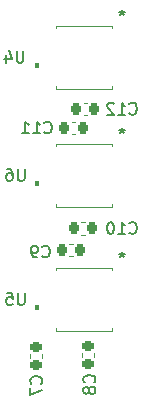
<source format=gbo>
G04 #@! TF.GenerationSoftware,KiCad,Pcbnew,(6.0.4)*
G04 #@! TF.CreationDate,2022-06-28T09:07:53+02:00*
G04 #@! TF.ProjectId,LevelShifter,4c657665-6c53-4686-9966-7465722e6b69,rev?*
G04 #@! TF.SameCoordinates,Original*
G04 #@! TF.FileFunction,Legend,Bot*
G04 #@! TF.FilePolarity,Positive*
%FSLAX46Y46*%
G04 Gerber Fmt 4.6, Leading zero omitted, Abs format (unit mm)*
G04 Created by KiCad (PCBNEW (6.0.4)) date 2022-06-28 09:07:53*
%MOMM*%
%LPD*%
G01*
G04 APERTURE LIST*
G04 Aperture macros list*
%AMRoundRect*
0 Rectangle with rounded corners*
0 $1 Rounding radius*
0 $2 $3 $4 $5 $6 $7 $8 $9 X,Y pos of 4 corners*
0 Add a 4 corners polygon primitive as box body*
4,1,4,$2,$3,$4,$5,$6,$7,$8,$9,$2,$3,0*
0 Add four circle primitives for the rounded corners*
1,1,$1+$1,$2,$3*
1,1,$1+$1,$4,$5*
1,1,$1+$1,$6,$7*
1,1,$1+$1,$8,$9*
0 Add four rect primitives between the rounded corners*
20,1,$1+$1,$2,$3,$4,$5,0*
20,1,$1+$1,$4,$5,$6,$7,0*
20,1,$1+$1,$6,$7,$8,$9,0*
20,1,$1+$1,$8,$9,$2,$3,0*%
G04 Aperture macros list end*
%ADD10C,0.150000*%
%ADD11C,0.120000*%
%ADD12C,0.100000*%
%ADD13R,1.700000X1.700000*%
%ADD14O,1.700000X1.700000*%
%ADD15RoundRect,0.225000X-0.250000X0.225000X-0.250000X-0.225000X0.250000X-0.225000X0.250000X0.225000X0*%
%ADD16RoundRect,0.225000X0.250000X-0.225000X0.250000X0.225000X-0.250000X0.225000X-0.250000X-0.225000X0*%
%ADD17R,1.404099X0.354800*%
%ADD18RoundRect,0.225000X0.225000X0.250000X-0.225000X0.250000X-0.225000X-0.250000X0.225000X-0.250000X0*%
%ADD19RoundRect,0.225000X-0.225000X-0.250000X0.225000X-0.250000X0.225000X0.250000X-0.225000X0.250000X0*%
G04 APERTURE END LIST*
D10*
X156357142Y-111133333D02*
X156404761Y-111085714D01*
X156452380Y-110942857D01*
X156452380Y-110847619D01*
X156404761Y-110704761D01*
X156309523Y-110609523D01*
X156214285Y-110561904D01*
X156023809Y-110514285D01*
X155880952Y-110514285D01*
X155690476Y-110561904D01*
X155595238Y-110609523D01*
X155500000Y-110704761D01*
X155452380Y-110847619D01*
X155452380Y-110942857D01*
X155500000Y-111085714D01*
X155547619Y-111133333D01*
X155452380Y-111466666D02*
X155452380Y-112133333D01*
X156452380Y-111704761D01*
X160857142Y-111033333D02*
X160904761Y-110985714D01*
X160952380Y-110842857D01*
X160952380Y-110747619D01*
X160904761Y-110604761D01*
X160809523Y-110509523D01*
X160714285Y-110461904D01*
X160523809Y-110414285D01*
X160380952Y-110414285D01*
X160190476Y-110461904D01*
X160095238Y-110509523D01*
X160000000Y-110604761D01*
X159952380Y-110747619D01*
X159952380Y-110842857D01*
X160000000Y-110985714D01*
X160047619Y-111033333D01*
X160380952Y-111604761D02*
X160333333Y-111509523D01*
X160285714Y-111461904D01*
X160190476Y-111414285D01*
X160142857Y-111414285D01*
X160047619Y-111461904D01*
X160000000Y-111509523D01*
X159952380Y-111604761D01*
X159952380Y-111795238D01*
X160000000Y-111890476D01*
X160047619Y-111938095D01*
X160142857Y-111985714D01*
X160190476Y-111985714D01*
X160285714Y-111938095D01*
X160333333Y-111890476D01*
X160380952Y-111795238D01*
X160380952Y-111604761D01*
X160428571Y-111509523D01*
X160476190Y-111461904D01*
X160571428Y-111414285D01*
X160761904Y-111414285D01*
X160857142Y-111461904D01*
X160904761Y-111509523D01*
X160952380Y-111604761D01*
X160952380Y-111795238D01*
X160904761Y-111890476D01*
X160857142Y-111938095D01*
X160761904Y-111985714D01*
X160571428Y-111985714D01*
X160476190Y-111938095D01*
X160428571Y-111890476D01*
X160380952Y-111795238D01*
X154961904Y-92952380D02*
X154961904Y-93761904D01*
X154914285Y-93857142D01*
X154866666Y-93904761D01*
X154771428Y-93952380D01*
X154580952Y-93952380D01*
X154485714Y-93904761D01*
X154438095Y-93857142D01*
X154390476Y-93761904D01*
X154390476Y-92952380D01*
X153485714Y-92952380D02*
X153676190Y-92952380D01*
X153771428Y-93000000D01*
X153819047Y-93047619D01*
X153914285Y-93190476D01*
X153961904Y-93380952D01*
X153961904Y-93761904D01*
X153914285Y-93857142D01*
X153866666Y-93904761D01*
X153771428Y-93952380D01*
X153580952Y-93952380D01*
X153485714Y-93904761D01*
X153438095Y-93857142D01*
X153390476Y-93761904D01*
X153390476Y-93523809D01*
X153438095Y-93428571D01*
X153485714Y-93380952D01*
X153580952Y-93333333D01*
X153771428Y-93333333D01*
X153866666Y-93380952D01*
X153914285Y-93428571D01*
X153961904Y-93523809D01*
X163203950Y-89504622D02*
X163203950Y-89742718D01*
X163442045Y-89647480D02*
X163203950Y-89742718D01*
X162965854Y-89647480D01*
X163346807Y-89933194D02*
X163203950Y-89742718D01*
X163061092Y-89933194D01*
X163203950Y-89504622D02*
X163203950Y-89742718D01*
X163442045Y-89647480D02*
X163203950Y-89742718D01*
X162965854Y-89647480D01*
X163346807Y-89933194D02*
X163203950Y-89742718D01*
X163061092Y-89933194D01*
X163842857Y-88257142D02*
X163890476Y-88304761D01*
X164033333Y-88352380D01*
X164128571Y-88352380D01*
X164271428Y-88304761D01*
X164366666Y-88209523D01*
X164414285Y-88114285D01*
X164461904Y-87923809D01*
X164461904Y-87780952D01*
X164414285Y-87590476D01*
X164366666Y-87495238D01*
X164271428Y-87400000D01*
X164128571Y-87352380D01*
X164033333Y-87352380D01*
X163890476Y-87400000D01*
X163842857Y-87447619D01*
X162890476Y-88352380D02*
X163461904Y-88352380D01*
X163176190Y-88352380D02*
X163176190Y-87352380D01*
X163271428Y-87495238D01*
X163366666Y-87590476D01*
X163461904Y-87638095D01*
X162509523Y-87447619D02*
X162461904Y-87400000D01*
X162366666Y-87352380D01*
X162128571Y-87352380D01*
X162033333Y-87400000D01*
X161985714Y-87447619D01*
X161938095Y-87542857D01*
X161938095Y-87638095D01*
X161985714Y-87780952D01*
X162557142Y-88352380D01*
X161938095Y-88352380D01*
X154961904Y-103452380D02*
X154961904Y-104261904D01*
X154914285Y-104357142D01*
X154866666Y-104404761D01*
X154771428Y-104452380D01*
X154580952Y-104452380D01*
X154485714Y-104404761D01*
X154438095Y-104357142D01*
X154390476Y-104261904D01*
X154390476Y-103452380D01*
X153438095Y-103452380D02*
X153914285Y-103452380D01*
X153961904Y-103928571D01*
X153914285Y-103880952D01*
X153819047Y-103833333D01*
X153580952Y-103833333D01*
X153485714Y-103880952D01*
X153438095Y-103928571D01*
X153390476Y-104023809D01*
X153390476Y-104261904D01*
X153438095Y-104357142D01*
X153485714Y-104404761D01*
X153580952Y-104452380D01*
X153819047Y-104452380D01*
X153914285Y-104404761D01*
X153961904Y-104357142D01*
X163203950Y-100004622D02*
X163203950Y-100242718D01*
X163442045Y-100147480D02*
X163203950Y-100242718D01*
X162965854Y-100147480D01*
X163346807Y-100433194D02*
X163203950Y-100242718D01*
X163061092Y-100433194D01*
X163203950Y-100004622D02*
X163203950Y-100242718D01*
X163442045Y-100147480D02*
X163203950Y-100242718D01*
X162965854Y-100147480D01*
X163346807Y-100433194D02*
X163203950Y-100242718D01*
X163061092Y-100433194D01*
X163842857Y-98357142D02*
X163890476Y-98404761D01*
X164033333Y-98452380D01*
X164128571Y-98452380D01*
X164271428Y-98404761D01*
X164366666Y-98309523D01*
X164414285Y-98214285D01*
X164461904Y-98023809D01*
X164461904Y-97880952D01*
X164414285Y-97690476D01*
X164366666Y-97595238D01*
X164271428Y-97500000D01*
X164128571Y-97452380D01*
X164033333Y-97452380D01*
X163890476Y-97500000D01*
X163842857Y-97547619D01*
X162890476Y-98452380D02*
X163461904Y-98452380D01*
X163176190Y-98452380D02*
X163176190Y-97452380D01*
X163271428Y-97595238D01*
X163366666Y-97690476D01*
X163461904Y-97738095D01*
X162271428Y-97452380D02*
X162176190Y-97452380D01*
X162080952Y-97500000D01*
X162033333Y-97547619D01*
X161985714Y-97642857D01*
X161938095Y-97833333D01*
X161938095Y-98071428D01*
X161985714Y-98261904D01*
X162033333Y-98357142D01*
X162080952Y-98404761D01*
X162176190Y-98452380D01*
X162271428Y-98452380D01*
X162366666Y-98404761D01*
X162414285Y-98357142D01*
X162461904Y-98261904D01*
X162509523Y-98071428D01*
X162509523Y-97833333D01*
X162461904Y-97642857D01*
X162414285Y-97547619D01*
X162366666Y-97500000D01*
X162271428Y-97452380D01*
X154861904Y-82952380D02*
X154861904Y-83761904D01*
X154814285Y-83857142D01*
X154766666Y-83904761D01*
X154671428Y-83952380D01*
X154480952Y-83952380D01*
X154385714Y-83904761D01*
X154338095Y-83857142D01*
X154290476Y-83761904D01*
X154290476Y-82952380D01*
X153385714Y-83285714D02*
X153385714Y-83952380D01*
X153623809Y-82904761D02*
X153861904Y-83619047D01*
X153242857Y-83619047D01*
X163203950Y-79504622D02*
X163203950Y-79742718D01*
X163442045Y-79647480D02*
X163203950Y-79742718D01*
X162965854Y-79647480D01*
X163346807Y-79933194D02*
X163203950Y-79742718D01*
X163061092Y-79933194D01*
X163203950Y-79504622D02*
X163203950Y-79742718D01*
X163442045Y-79647480D02*
X163203950Y-79742718D01*
X162965854Y-79647480D01*
X163346807Y-79933194D02*
X163203950Y-79742718D01*
X163061092Y-79933194D01*
X156466666Y-100357142D02*
X156514285Y-100404761D01*
X156657142Y-100452380D01*
X156752380Y-100452380D01*
X156895238Y-100404761D01*
X156990476Y-100309523D01*
X157038095Y-100214285D01*
X157085714Y-100023809D01*
X157085714Y-99880952D01*
X157038095Y-99690476D01*
X156990476Y-99595238D01*
X156895238Y-99500000D01*
X156752380Y-99452380D01*
X156657142Y-99452380D01*
X156514285Y-99500000D01*
X156466666Y-99547619D01*
X155990476Y-100452380D02*
X155800000Y-100452380D01*
X155704761Y-100404761D01*
X155657142Y-100357142D01*
X155561904Y-100214285D01*
X155514285Y-100023809D01*
X155514285Y-99642857D01*
X155561904Y-99547619D01*
X155609523Y-99500000D01*
X155704761Y-99452380D01*
X155895238Y-99452380D01*
X155990476Y-99500000D01*
X156038095Y-99547619D01*
X156085714Y-99642857D01*
X156085714Y-99880952D01*
X156038095Y-99976190D01*
X155990476Y-100023809D01*
X155895238Y-100071428D01*
X155704761Y-100071428D01*
X155609523Y-100023809D01*
X155561904Y-99976190D01*
X155514285Y-99880952D01*
X156642857Y-89857142D02*
X156690476Y-89904761D01*
X156833333Y-89952380D01*
X156928571Y-89952380D01*
X157071428Y-89904761D01*
X157166666Y-89809523D01*
X157214285Y-89714285D01*
X157261904Y-89523809D01*
X157261904Y-89380952D01*
X157214285Y-89190476D01*
X157166666Y-89095238D01*
X157071428Y-89000000D01*
X156928571Y-88952380D01*
X156833333Y-88952380D01*
X156690476Y-89000000D01*
X156642857Y-89047619D01*
X155690476Y-89952380D02*
X156261904Y-89952380D01*
X155976190Y-89952380D02*
X155976190Y-88952380D01*
X156071428Y-89095238D01*
X156166666Y-89190476D01*
X156261904Y-89238095D01*
X154738095Y-89952380D02*
X155309523Y-89952380D01*
X155023809Y-89952380D02*
X155023809Y-88952380D01*
X155119047Y-89095238D01*
X155214285Y-89190476D01*
X155309523Y-89238095D01*
D11*
X156410000Y-108659420D02*
X156410000Y-108940580D01*
X155390000Y-108659420D02*
X155390000Y-108940580D01*
X159790000Y-108840580D02*
X159790000Y-108559420D01*
X160810000Y-108840580D02*
X160810000Y-108559420D01*
X162374900Y-90820300D02*
X162374900Y-91039902D01*
X162374900Y-95960098D02*
X162374900Y-96179700D01*
X162374900Y-96179700D02*
X157625100Y-96179700D01*
X157625100Y-90820300D02*
X162374900Y-90820300D01*
X157625100Y-96179700D02*
X157625100Y-95960098D01*
X157625100Y-91039902D02*
X157625100Y-90820300D01*
G36*
X156094001Y-94340486D02*
G01*
X155840001Y-94340486D01*
X155840001Y-93959486D01*
X156094001Y-93959486D01*
X156094001Y-94340486D01*
G37*
D12*
X156094001Y-94340486D02*
X155840001Y-94340486D01*
X155840001Y-93959486D01*
X156094001Y-93959486D01*
X156094001Y-94340486D01*
D11*
X160240580Y-87390000D02*
X159959420Y-87390000D01*
X160240580Y-88410000D02*
X159959420Y-88410000D01*
X162374900Y-106679700D02*
X157625100Y-106679700D01*
X162374900Y-101320300D02*
X162374900Y-101539902D01*
X162374900Y-106460098D02*
X162374900Y-106679700D01*
X157625100Y-101320300D02*
X162374900Y-101320300D01*
X157625100Y-106679700D02*
X157625100Y-106460098D01*
X157625100Y-101539902D02*
X157625100Y-101320300D01*
G36*
X156094001Y-104840486D02*
G01*
X155840001Y-104840486D01*
X155840001Y-104459486D01*
X156094001Y-104459486D01*
X156094001Y-104840486D01*
G37*
D12*
X156094001Y-104840486D02*
X155840001Y-104840486D01*
X155840001Y-104459486D01*
X156094001Y-104459486D01*
X156094001Y-104840486D01*
D11*
X160040580Y-97490000D02*
X159759420Y-97490000D01*
X160040580Y-98510000D02*
X159759420Y-98510000D01*
X157625100Y-81039902D02*
X157625100Y-80820300D01*
X162374900Y-80820300D02*
X162374900Y-81039902D01*
X162374900Y-85960098D02*
X162374900Y-86179700D01*
X157625100Y-80820300D02*
X162374900Y-80820300D01*
X157625100Y-86179700D02*
X157625100Y-85960098D01*
X162374900Y-86179700D02*
X157625100Y-86179700D01*
G36*
X156094001Y-84340486D02*
G01*
X155840001Y-84340486D01*
X155840001Y-83959486D01*
X156094001Y-83959486D01*
X156094001Y-84340486D01*
G37*
D12*
X156094001Y-84340486D02*
X155840001Y-84340486D01*
X155840001Y-83959486D01*
X156094001Y-83959486D01*
X156094001Y-84340486D01*
D11*
X158759420Y-99290000D02*
X159040580Y-99290000D01*
X158759420Y-100310000D02*
X159040580Y-100310000D01*
X158959420Y-90010000D02*
X159240580Y-90010000D01*
X158959420Y-88990000D02*
X159240580Y-88990000D01*
%LPC*%
D13*
X170000000Y-80000000D03*
D14*
X172540000Y-80000000D03*
X170000000Y-82540000D03*
X172540000Y-82540000D03*
X170000000Y-85080000D03*
X172540000Y-85080000D03*
X170000000Y-87620000D03*
X172540000Y-87620000D03*
X170000000Y-90160000D03*
X172540000Y-90160000D03*
X170000000Y-92700000D03*
X172540000Y-92700000D03*
X170000000Y-95240000D03*
X172540000Y-95240000D03*
X170000000Y-97780000D03*
X172540000Y-97780000D03*
X170000000Y-100320000D03*
X172540000Y-100320000D03*
X170000000Y-102860000D03*
X172540000Y-102860000D03*
X170000000Y-105400000D03*
X172540000Y-105400000D03*
X170000000Y-107940000D03*
X172540000Y-107940000D03*
X170000000Y-110480000D03*
X172540000Y-110480000D03*
X170000000Y-113020000D03*
X172540000Y-113020000D03*
X170000000Y-115560000D03*
X172540000Y-115560000D03*
D13*
X150000000Y-80000000D03*
D14*
X147460000Y-80000000D03*
X150000000Y-82540000D03*
X147460000Y-82540000D03*
X150000000Y-85080000D03*
X147460000Y-85080000D03*
X150000000Y-87620000D03*
X147460000Y-87620000D03*
X150000000Y-90160000D03*
X147460000Y-90160000D03*
X150000000Y-92700000D03*
X147460000Y-92700000D03*
X150000000Y-95240000D03*
X147460000Y-95240000D03*
X150000000Y-97780000D03*
X147460000Y-97780000D03*
X150000000Y-100320000D03*
X147460000Y-100320000D03*
X150000000Y-102860000D03*
X147460000Y-102860000D03*
X150000000Y-105400000D03*
X147460000Y-105400000D03*
X150000000Y-107940000D03*
X147460000Y-107940000D03*
X150000000Y-110480000D03*
X147460000Y-110480000D03*
X150000000Y-113020000D03*
X147460000Y-113020000D03*
X150000000Y-115560000D03*
X147460000Y-115560000D03*
D15*
X155900000Y-108025000D03*
X155900000Y-109575000D03*
D16*
X160300000Y-109475000D03*
X160300000Y-107925000D03*
D17*
X162949948Y-91550042D03*
X162949948Y-92200028D03*
X162949948Y-92850014D03*
X162949948Y-93500000D03*
X162949948Y-94149986D03*
X162949948Y-94799972D03*
X162949948Y-95449958D03*
X157050052Y-95449958D03*
X157050052Y-94799972D03*
X157050052Y-94149986D03*
X157050052Y-93500000D03*
X157050052Y-92850014D03*
X157050052Y-92200028D03*
X157050052Y-91550042D03*
D18*
X160875000Y-87900000D03*
X159325000Y-87900000D03*
D17*
X162949948Y-102050042D03*
X162949948Y-102700028D03*
X162949948Y-103350014D03*
X162949948Y-104000000D03*
X162949948Y-104649986D03*
X162949948Y-105299972D03*
X162949948Y-105949958D03*
X157050052Y-105949958D03*
X157050052Y-105299972D03*
X157050052Y-104649986D03*
X157050052Y-104000000D03*
X157050052Y-103350014D03*
X157050052Y-102700028D03*
X157050052Y-102050042D03*
D18*
X160675000Y-98000000D03*
X159125000Y-98000000D03*
D17*
X162949948Y-81550042D03*
X162949948Y-82200028D03*
X162949948Y-82850014D03*
X162949948Y-83500000D03*
X162949948Y-84149986D03*
X162949948Y-84799972D03*
X162949948Y-85449958D03*
X157050052Y-85449958D03*
X157050052Y-84799972D03*
X157050052Y-84149986D03*
X157050052Y-83500000D03*
X157050052Y-82850014D03*
X157050052Y-82200028D03*
X157050052Y-81550042D03*
D19*
X158125000Y-99800000D03*
X159675000Y-99800000D03*
X158325000Y-89500000D03*
X159875000Y-89500000D03*
M02*

</source>
